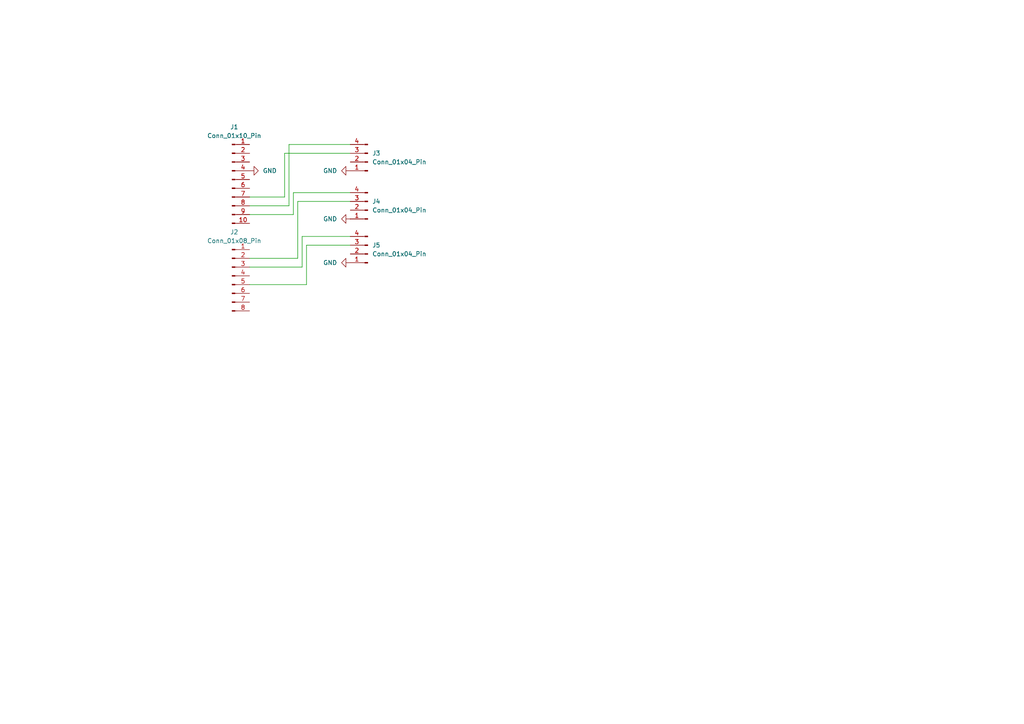
<source format=kicad_sch>
(kicad_sch (version 20231120) (generator "eeschema") (generator_version "8.0")
  (paper "A4")
  (lib_symbols
    (symbol "Connector:Conn_01x04_Pin" (pin_names (offset 1.016) hide)
      (property "Reference" "J" (at 0 5.08 0))
      (property "Value" "Conn_01x04_Pin" (at 0 -7.62 0))
      (symbol "Conn_01x04_Pin_1_1"
        (polyline (pts (xy 1.27 -5.08) (xy 0.8636 -5.08)) (stroke (width 0.1524)))
        (polyline (pts (xy 1.27 -2.54) (xy 0.8636 -2.54)) (stroke (width 0.1524)))
        (polyline (pts (xy 1.27 0) (xy 0.8636 0)) (stroke (width 0.1524)))
        (polyline (pts (xy 1.27 2.54) (xy 0.8636 2.54)) (stroke (width 0.1524)))
        (rectangle (start 0.8636 -4.953) (end 0 -5.207) (stroke (width 0.1524)) (fill (type outline)))
        (rectangle (start 0.8636 -2.413) (end 0 -2.667) (stroke (width 0.1524)) (fill (type outline)))
        (rectangle (start 0.8636 0.127) (end 0 -0.127) (stroke (width 0.1524)) (fill (type outline)))
        (rectangle (start 0.8636 2.667) (end 0 2.413) (stroke (width 0.1524)) (fill (type outline)))
        (pin passive line (at 5.08 2.54 180) (length 3.81) (name "Pin_1") (number "1"))
        (pin passive line (at 5.08 0 180) (length 3.81) (name "Pin_2") (number "2"))
        (pin passive line (at 5.08 -2.54 180) (length 3.81) (name "Pin_3") (number "3"))
        (pin passive line (at 5.08 -5.08 180) (length 3.81) (name "Pin_4") (number "4"))
      )
    )
    (symbol "Connector:Conn_01x08_Pin" (pin_names (offset 1.016) hide)
      (property "Reference" "J" (at 0 10.16 0))
      (property "Value" "Conn_01x08_Pin" (at 0 -12.7 0))
      (symbol "Conn_01x08_Pin_1_1"
        (polyline (pts (xy 1.27 -10.16) (xy 0.8636 -10.16)) (stroke (width 0.1524)))
        (polyline (pts (xy 1.27 -7.62) (xy 0.8636 -7.62)) (stroke (width 0.1524)))
        (polyline (pts (xy 1.27 -5.08) (xy 0.8636 -5.08)) (stroke (width 0.1524)))
        (polyline (pts (xy 1.27 -2.54) (xy 0.8636 -2.54)) (stroke (width 0.1524)))
        (polyline (pts (xy 1.27 0) (xy 0.8636 0)) (stroke (width 0.1524)))
        (polyline (pts (xy 1.27 2.54) (xy 0.8636 2.54)) (stroke (width 0.1524)))
        (polyline (pts (xy 1.27 5.08) (xy 0.8636 5.08)) (stroke (width 0.1524)))
        (polyline (pts (xy 1.27 7.62) (xy 0.8636 7.62)) (stroke (width 0.1524)))
        (rectangle (start 0.8636 -10.033) (end 0 -10.287) (stroke (width 0.1524)) (fill (type outline)))
        (rectangle (start 0.8636 -7.493) (end 0 -7.747) (stroke (width 0.1524)) (fill (type outline)))
        (rectangle (start 0.8636 -4.953) (end 0 -5.207) (stroke (width 0.1524)) (fill (type outline)))
        (rectangle (start 0.8636 -2.413) (end 0 -2.667) (stroke (width 0.1524)) (fill (type outline)))
        (rectangle (start 0.8636 0.127) (end 0 -0.127) (stroke (width 0.1524)) (fill (type outline)))
        (rectangle (start 0.8636 2.667) (end 0 2.413) (stroke (width 0.1524)) (fill (type outline)))
        (rectangle (start 0.8636 5.207) (end 0 4.953) (stroke (width 0.1524)) (fill (type outline)))
        (rectangle (start 0.8636 7.747) (end 0 7.493) (stroke (width 0.1524)) (fill (type outline)))
        (pin passive line (at 5.08 7.62 180) (length 3.81) (name "Pin_1") (number "1"))
        (pin passive line (at 5.08 5.08 180) (length 3.81) (name "Pin_2") (number "2"))
        (pin passive line (at 5.08 2.54 180) (length 3.81) (name "Pin_3") (number "3"))
        (pin passive line (at 5.08 0 180) (length 3.81) (name "Pin_4") (number "4"))
        (pin passive line (at 5.08 -2.54 180) (length 3.81) (name "Pin_5") (number "5"))
        (pin passive line (at 5.08 -5.08 180) (length 3.81) (name "Pin_6") (number "6"))
        (pin passive line (at 5.08 -7.62 180) (length 3.81) (name "Pin_7") (number "7"))
        (pin passive line (at 5.08 -10.16 180) (length 3.81) (name "Pin_8") (number "8"))
      )
    )
    (symbol "Connector:Conn_01x10_Pin" (pin_names (offset 1.016) hide)
      (property "Reference" "J" (at 0 12.7 0))
      (property "Value" "Conn_01x10_Pin" (at 0 -15.24 0))
      (symbol "Conn_01x10_Pin_1_1"
        (polyline (pts (xy 1.27 -12.7) (xy 0.8636 -12.7)) (stroke (width 0.1524)))
        (polyline (pts (xy 1.27 -10.16) (xy 0.8636 -10.16)) (stroke (width 0.1524)))
        (polyline (pts (xy 1.27 -7.62) (xy 0.8636 -7.62)) (stroke (width 0.1524)))
        (polyline (pts (xy 1.27 -5.08) (xy 0.8636 -5.08)) (stroke (width 0.1524)))
        (polyline (pts (xy 1.27 -2.54) (xy 0.8636 -2.54)) (stroke (width 0.1524)))
        (polyline (pts (xy 1.27 0) (xy 0.8636 0)) (stroke (width 0.1524)))
        (polyline (pts (xy 1.27 2.54) (xy 0.8636 2.54)) (stroke (width 0.1524)))
        (polyline (pts (xy 1.27 5.08) (xy 0.8636 5.08)) (stroke (width 0.1524)))
        (polyline (pts (xy 1.27 7.62) (xy 0.8636 7.62)) (stroke (width 0.1524)))
        (polyline (pts (xy 1.27 10.16) (xy 0.8636 10.16)) (stroke (width 0.1524)))
        (rectangle (start 0.8636 -12.573) (end 0 -12.827) (stroke (width 0.1524)) (fill (type outline)))
        (rectangle (start 0.8636 -10.033) (end 0 -10.287) (stroke (width 0.1524)) (fill (type outline)))
        (rectangle (start 0.8636 -7.493) (end 0 -7.747) (stroke (width 0.1524)) (fill (type outline)))
        (rectangle (start 0.8636 -4.953) (end 0 -5.207) (stroke (width 0.1524)) (fill (type outline)))
        (rectangle (start 0.8636 -2.413) (end 0 -2.667) (stroke (width 0.1524)) (fill (type outline)))
        (rectangle (start 0.8636 0.127) (end 0 -0.127) (stroke (width 0.1524)) (fill (type outline)))
        (rectangle (start 0.8636 2.667) (end 0 2.413) (stroke (width 0.1524)) (fill (type outline)))
        (rectangle (start 0.8636 5.207) (end 0 4.953) (stroke (width 0.1524)) (fill (type outline)))
        (rectangle (start 0.8636 7.747) (end 0 7.493) (stroke (width 0.1524)) (fill (type outline)))
        (rectangle (start 0.8636 10.287) (end 0 10.033) (stroke (width 0.1524)) (fill (type outline)))
        (pin passive line (at 5.08 10.16 180) (length 3.81) (name "Pin_1") (number "1"))
        (pin passive line (at 5.08 -12.7 180) (length 3.81) (name "Pin_10") (number "10"))
        (pin passive line (at 5.08 7.62 180) (length 3.81) (name "Pin_2") (number "2"))
        (pin passive line (at 5.08 5.08 180) (length 3.81) (name "Pin_3") (number "3"))
        (pin passive line (at 5.08 2.54 180) (length 3.81) (name "Pin_4") (number "4"))
        (pin passive line (at 5.08 0 180) (length 3.81) (name "Pin_5") (number "5"))
        (pin passive line (at 5.08 -2.54 180) (length 3.81) (name "Pin_6") (number "6"))
        (pin passive line (at 5.08 -5.08 180) (length 3.81) (name "Pin_7") (number "7"))
        (pin passive line (at 5.08 -7.62 180) (length 3.81) (name "Pin_8") (number "8"))
        (pin passive line (at 5.08 -10.16 180) (length 3.81) (name "Pin_9") (number "9"))
      )
    )
    (symbol "power:GND" (power) (pin_numbers hide) (pin_names (offset 0) hide)
      (property "Value" "GND" (at 0 -3.81 0))
      (symbol "GND_0_1"
        (polyline (pts (xy 0 0) (xy 0 -1.27) (xy 1.27 -1.27) (xy 0 -2.54) (xy -1.27 -1.27) (xy 0 -1.27)))
      )
      (symbol "GND_1_1"
        (pin power_in line (at 0 0 270) (length 0) (name "~") (number "1"))
      )
    )
  )
  (wire (pts (xy 86.36 74.93) (xy 72.39 74.93)))
  (wire (pts (xy 85.09 62.23) (xy 85.09 55.88)))
  (wire (pts (xy 83.82 59.69) (xy 72.39 59.69)))
  (wire (pts (xy 82.55 57.15) (xy 82.55 44.45)))
  (wire (pts (xy 87.63 68.58) (xy 101.6 68.58)))
  (wire (pts (xy 85.09 55.88) (xy 101.6 55.88)))
  (wire (pts (xy 72.39 57.15) (xy 82.55 57.15)))
  (wire (pts (xy 72.39 77.47) (xy 87.63 77.47)))
  (wire (pts (xy 86.36 58.42) (xy 86.36 74.93)))
  (wire (pts (xy 72.39 82.55) (xy 88.9 82.55)))
  (wire (pts (xy 83.82 41.91) (xy 83.82 59.69)))
  (wire (pts (xy 101.6 58.42) (xy 86.36 58.42)))
  (wire (pts (xy 87.63 77.47) (xy 87.63 68.58)))
  (wire (pts (xy 72.39 62.23) (xy 85.09 62.23)))
  (wire (pts (xy 82.55 44.45) (xy 101.6 44.45)))
  (wire (pts (xy 88.9 82.55) (xy 88.9 71.12)))
  (wire (pts (xy 88.9 71.12) (xy 101.6 71.12)))
  (wire (pts (xy 101.6 41.91) (xy 83.82 41.91)))
  (symbol (lib_id "Connector:Conn_01x08_Pin") (at 67.31 80.01 0) (unit 1)
    (property "Reference" "J2" (at 67.945 67.31 0))
    (property "Value" "Conn_01x08_Pin" (at 67.945 69.85 0))
    (property "Footprint" "Connector_PinHeader_2.54mm:PinHeader_1x08_P2.54mm_Vertical" (effects (hide yes)))
    (property "Description" "Generic connector, single row, 01x08, script generated" (effects (hide yes)))
  )
  (symbol (lib_id "power:GND") (at 101.6 63.5 270) (unit 1)
    (property "Reference" "#PWR03" (effects (hide yes)))
    (property "Value" "GND" (at 97.79 63.4999 90) (effects (justify right)))
    (property "Description" "Power symbol creates a global label with name \"GND\" , ground" (effects (hide yes)))
  )
  (symbol (lib_id "Connector:Conn_01x04_Pin") (at 106.68 60.96 180) (unit 1)
    (property "Reference" "J4" (at 107.95 58.4199 0) (effects (justify right)))
    (property "Value" "Conn_01x04_Pin" (at 107.95 60.9599 0) (effects (justify right)))
    (property "Description" "Generic connector, single row, 01x04, script generated" (effects (hide yes)))
  )
  (symbol (lib_id "power:GND") (at 101.6 76.2 270) (unit 1)
    (property "Reference" "#PWR04" (effects (hide yes)))
    (property "Value" "GND" (at 97.79 76.1999 90) (effects (justify right)))
    (property "Description" "Power symbol creates a global label with name \"GND\" , ground" (effects (hide yes)))
  )
  (symbol (lib_id "Connector:Conn_01x10_Pin") (at 67.31 52.07 0) (unit 1)
    (property "Reference" "J1" (at 67.945 36.83 0))
    (property "Value" "Conn_01x10_Pin" (at 67.945 39.37 0))
    (property "Footprint" "Connector_PinHeader_2.54mm:PinHeader_1x10_P2.54mm_Vertical" (effects (hide yes)))
    (property "Description" "Generic connector, single row, 01x10, script generated" (effects (hide yes)))
  )
  (symbol (lib_id "power:GND") (at 72.39 49.53 90) (unit 1)
    (property "Reference" "#PWR01" (effects (hide yes)))
    (property "Value" "GND" (at 76.2 49.5299 90) (effects (justify right)))
    (property "Description" "Power symbol creates a global label with name \"GND\" , ground" (effects (hide yes)))
  )
  (symbol (lib_id "Connector:Conn_01x04_Pin") (at 106.68 46.99 180) (unit 1)
    (property "Reference" "J3" (at 107.95 44.4499 0) (effects (justify right)))
    (property "Value" "Conn_01x04_Pin" (at 107.95 46.9899 0) (effects (justify right)))
    (property "Description" "Generic connector, single row, 01x04, script generated" (effects (hide yes)))
  )
  (symbol (lib_id "Connector:Conn_01x04_Pin") (at 106.68 73.66 180) (unit 1)
    (property "Reference" "J5" (at 107.95 71.1199 0) (effects (justify right)))
    (property "Value" "Conn_01x04_Pin" (at 107.95 73.6599 0) (effects (justify right)))
    (property "Description" "Generic connector, single row, 01x04, script generated" (effects (hide yes)))
  )
  (symbol (lib_id "power:GND") (at 101.6 49.53 270) (unit 1)
    (property "Reference" "#PWR02" (effects (hide yes)))
    (property "Value" "GND" (at 97.79 49.5299 90) (effects (justify right)))
    (property "Description" "Power symbol creates a global label with name \"GND\" , ground" (effects (hide yes)))
  )
)
</source>
